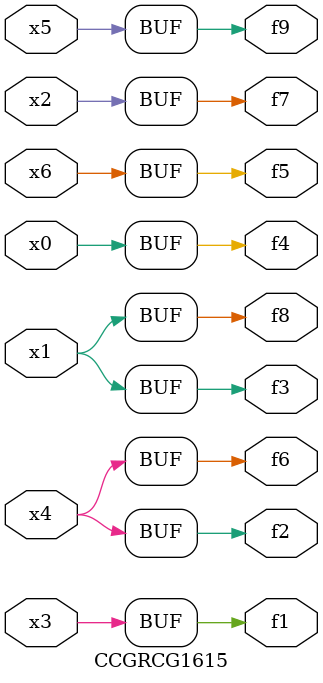
<source format=v>
module CCGRCG1615(
	input x0, x1, x2, x3, x4, x5, x6,
	output f1, f2, f3, f4, f5, f6, f7, f8, f9
);
	assign f1 = x3;
	assign f2 = x4;
	assign f3 = x1;
	assign f4 = x0;
	assign f5 = x6;
	assign f6 = x4;
	assign f7 = x2;
	assign f8 = x1;
	assign f9 = x5;
endmodule

</source>
